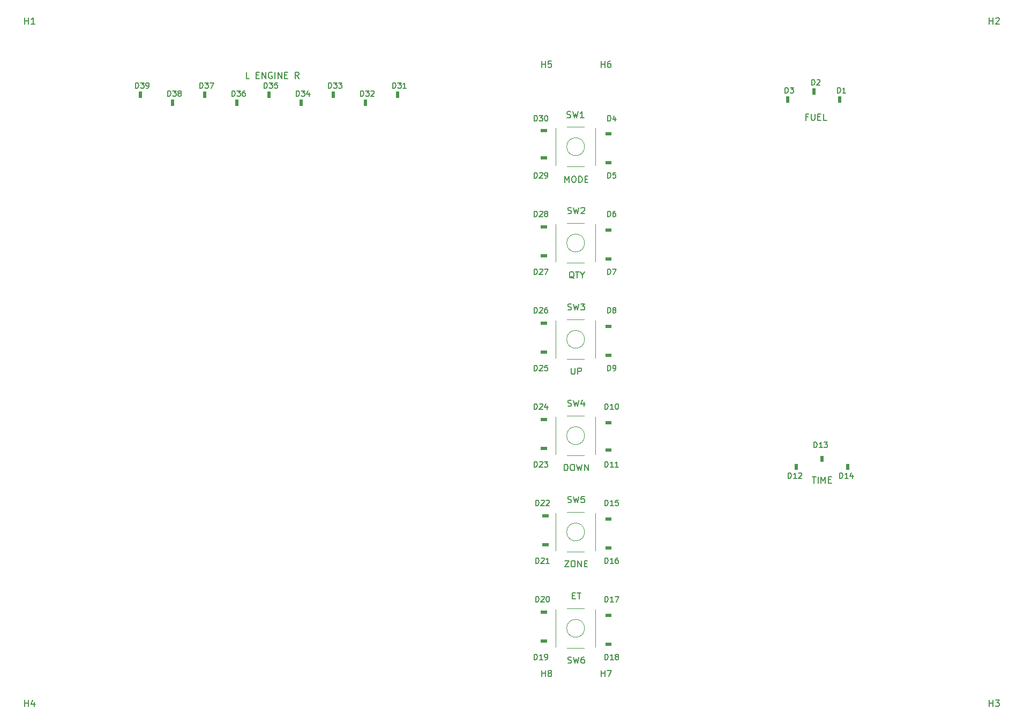
<source format=gbr>
%TF.GenerationSoftware,KiCad,Pcbnew,(5.1.9)-1*%
%TF.CreationDate,2021-09-20T07:58:25-06:00*%
%TF.ProjectId,ifei,69666569-2e6b-4696-9361-645f70636258,rev?*%
%TF.SameCoordinates,Original*%
%TF.FileFunction,Legend,Top*%
%TF.FilePolarity,Positive*%
%FSLAX46Y46*%
G04 Gerber Fmt 4.6, Leading zero omitted, Abs format (unit mm)*
G04 Created by KiCad (PCBNEW (5.1.9)-1) date 2021-09-20 07:58:25*
%MOMM*%
%LPD*%
G01*
G04 APERTURE LIST*
%ADD10C,0.150000*%
%ADD11C,0.100000*%
%ADD12C,0.120000*%
G04 APERTURE END LIST*
D10*
X197969379Y-105052880D02*
X198540808Y-105052880D01*
X198255094Y-106052880D02*
X198255094Y-105052880D01*
X198874141Y-106052880D02*
X198874141Y-105052880D01*
X199350332Y-106052880D02*
X199350332Y-105052880D01*
X199683665Y-105767166D01*
X200016999Y-105052880D01*
X200016999Y-106052880D01*
X200493189Y-105529071D02*
X200826522Y-105529071D01*
X200969379Y-106052880D02*
X200493189Y-106052880D01*
X200493189Y-105052880D01*
X200969379Y-105052880D01*
X197262903Y-48125071D02*
X196929570Y-48125071D01*
X196929570Y-48648880D02*
X196929570Y-47648880D01*
X197405760Y-47648880D01*
X197786713Y-47648880D02*
X197786713Y-48458404D01*
X197834332Y-48553642D01*
X197881951Y-48601261D01*
X197977189Y-48648880D01*
X198167665Y-48648880D01*
X198262903Y-48601261D01*
X198310522Y-48553642D01*
X198358141Y-48458404D01*
X198358141Y-47648880D01*
X198834332Y-48125071D02*
X199167665Y-48125071D01*
X199310522Y-48648880D02*
X198834332Y-48648880D01*
X198834332Y-47648880D01*
X199310522Y-47648880D01*
X200215284Y-48648880D02*
X199739094Y-48648880D01*
X199739094Y-47648880D01*
X109006141Y-42044880D02*
X108529951Y-42044880D01*
X108529951Y-41044880D01*
X110101379Y-41521071D02*
X110434713Y-41521071D01*
X110577570Y-42044880D02*
X110101379Y-42044880D01*
X110101379Y-41044880D01*
X110577570Y-41044880D01*
X111006141Y-42044880D02*
X111006141Y-41044880D01*
X111577570Y-42044880D01*
X111577570Y-41044880D01*
X112577570Y-41092500D02*
X112482332Y-41044880D01*
X112339475Y-41044880D01*
X112196618Y-41092500D01*
X112101379Y-41187738D01*
X112053760Y-41282976D01*
X112006141Y-41473452D01*
X112006141Y-41616309D01*
X112053760Y-41806785D01*
X112101379Y-41902023D01*
X112196618Y-41997261D01*
X112339475Y-42044880D01*
X112434713Y-42044880D01*
X112577570Y-41997261D01*
X112625189Y-41949642D01*
X112625189Y-41616309D01*
X112434713Y-41616309D01*
X113053760Y-42044880D02*
X113053760Y-41044880D01*
X113529951Y-42044880D02*
X113529951Y-41044880D01*
X114101379Y-42044880D01*
X114101379Y-41044880D01*
X114577570Y-41521071D02*
X114910903Y-41521071D01*
X115053760Y-42044880D02*
X114577570Y-42044880D01*
X114577570Y-41044880D01*
X115053760Y-41044880D01*
X116815665Y-42044880D02*
X116482332Y-41568690D01*
X116244237Y-42044880D02*
X116244237Y-41044880D01*
X116625189Y-41044880D01*
X116720427Y-41092500D01*
X116768046Y-41140119D01*
X116815665Y-41235357D01*
X116815665Y-41378214D01*
X116768046Y-41473452D01*
X116720427Y-41521071D01*
X116625189Y-41568690D01*
X116244237Y-41568690D01*
D11*
%TO.C,D39*%
G36*
X92075000Y-45085000D02*
G01*
X91575000Y-45085000D01*
X91575000Y-44085000D01*
X92075000Y-44085000D01*
X92075000Y-45085000D01*
G37*
%TO.C,D38*%
G36*
X97155000Y-46355000D02*
G01*
X96655000Y-46355000D01*
X96655000Y-45355000D01*
X97155000Y-45355000D01*
X97155000Y-46355000D01*
G37*
%TO.C,D37*%
G36*
X102235000Y-45085000D02*
G01*
X101735000Y-45085000D01*
X101735000Y-44085000D01*
X102235000Y-44085000D01*
X102235000Y-45085000D01*
G37*
%TO.C,D36*%
G36*
X107315000Y-46355000D02*
G01*
X106815000Y-46355000D01*
X106815000Y-45355000D01*
X107315000Y-45355000D01*
X107315000Y-46355000D01*
G37*
%TO.C,D35*%
G36*
X112395000Y-45085000D02*
G01*
X111895000Y-45085000D01*
X111895000Y-44085000D01*
X112395000Y-44085000D01*
X112395000Y-45085000D01*
G37*
%TO.C,D34*%
G36*
X117475000Y-46355000D02*
G01*
X116975000Y-46355000D01*
X116975000Y-45355000D01*
X117475000Y-45355000D01*
X117475000Y-46355000D01*
G37*
%TO.C,D33*%
G36*
X122555000Y-45085000D02*
G01*
X122055000Y-45085000D01*
X122055000Y-44085000D01*
X122555000Y-44085000D01*
X122555000Y-45085000D01*
G37*
D12*
%TO.C,SW6*%
X161978214Y-129043500D02*
G75*
G03*
X161978214Y-129043500I-1414214J0D01*
G01*
X157444000Y-126073500D02*
X157444000Y-132013500D01*
X163684000Y-126073500D02*
X163684000Y-132013500D01*
X159224000Y-125923500D02*
X161904000Y-125923500D01*
X161904000Y-132163500D02*
X159224000Y-132163500D01*
%TO.C,SW5*%
X161978214Y-113803500D02*
G75*
G03*
X161978214Y-113803500I-1414214J0D01*
G01*
X157444000Y-110833500D02*
X157444000Y-116773500D01*
X163684000Y-110833500D02*
X163684000Y-116773500D01*
X159224000Y-110683500D02*
X161904000Y-110683500D01*
X161904000Y-116923500D02*
X159224000Y-116923500D01*
%TO.C,SW4*%
X161978214Y-98563501D02*
G75*
G03*
X161978214Y-98563501I-1414214J0D01*
G01*
X157444000Y-95593501D02*
X157444000Y-101533501D01*
X163684000Y-95593501D02*
X163684000Y-101533501D01*
X159224000Y-95443501D02*
X161904000Y-95443501D01*
X161904000Y-101683501D02*
X159224000Y-101683501D01*
%TO.C,SW3*%
X161978214Y-83323501D02*
G75*
G03*
X161978214Y-83323501I-1414214J0D01*
G01*
X157444000Y-80353501D02*
X157444000Y-86293501D01*
X163684000Y-80353501D02*
X163684000Y-86293501D01*
X159224000Y-80203501D02*
X161904000Y-80203501D01*
X161904000Y-86443501D02*
X159224000Y-86443501D01*
%TO.C,SW2*%
X161978214Y-68083501D02*
G75*
G03*
X161978214Y-68083501I-1414214J0D01*
G01*
X157444000Y-65113501D02*
X157444000Y-71053501D01*
X163684000Y-65113501D02*
X163684000Y-71053501D01*
X159224000Y-64963501D02*
X161904000Y-64963501D01*
X161904000Y-71203501D02*
X159224000Y-71203501D01*
%TO.C,SW1*%
X161978214Y-52843500D02*
G75*
G03*
X161978214Y-52843500I-1414214J0D01*
G01*
X157444000Y-49873500D02*
X157444000Y-55813500D01*
X163684000Y-49873500D02*
X163684000Y-55813500D01*
X159224000Y-49723500D02*
X161904000Y-49723500D01*
X161904000Y-55963500D02*
X159224000Y-55963500D01*
D11*
%TO.C,D32*%
G36*
X127635000Y-46355000D02*
G01*
X127135000Y-46355000D01*
X127135000Y-45355000D01*
X127635000Y-45355000D01*
X127635000Y-46355000D01*
G37*
%TO.C,D31*%
G36*
X132715000Y-45085000D02*
G01*
X132215000Y-45085000D01*
X132215000Y-44085000D01*
X132715000Y-44085000D01*
X132715000Y-45085000D01*
G37*
%TO.C,D30*%
G36*
X155067000Y-50546000D02*
G01*
X155067000Y-50046000D01*
X156067000Y-50046000D01*
X156067000Y-50546000D01*
X155067000Y-50546000D01*
G37*
%TO.C,D29*%
G36*
X155067000Y-54864000D02*
G01*
X155067000Y-54364000D01*
X156067000Y-54364000D01*
X156067000Y-54864000D01*
X155067000Y-54864000D01*
G37*
%TO.C,D28*%
G36*
X155067000Y-65786000D02*
G01*
X155067000Y-65286000D01*
X156067000Y-65286000D01*
X156067000Y-65786000D01*
X155067000Y-65786000D01*
G37*
%TO.C,D27*%
G36*
X155067000Y-70358000D02*
G01*
X155067000Y-69858000D01*
X156067000Y-69858000D01*
X156067000Y-70358000D01*
X155067000Y-70358000D01*
G37*
%TO.C,D26*%
G36*
X155067000Y-81026000D02*
G01*
X155067000Y-80526000D01*
X156067000Y-80526000D01*
X156067000Y-81026000D01*
X155067000Y-81026000D01*
G37*
%TO.C,D25*%
G36*
X155067000Y-85598000D02*
G01*
X155067000Y-85098000D01*
X156067000Y-85098000D01*
X156067000Y-85598000D01*
X155067000Y-85598000D01*
G37*
%TO.C,D24*%
G36*
X155067000Y-96266000D02*
G01*
X155067000Y-95766000D01*
X156067000Y-95766000D01*
X156067000Y-96266000D01*
X155067000Y-96266000D01*
G37*
%TO.C,D23*%
G36*
X155067000Y-100838000D02*
G01*
X155067000Y-100338000D01*
X156067000Y-100338000D01*
X156067000Y-100838000D01*
X155067000Y-100838000D01*
G37*
%TO.C,D22*%
G36*
X155321000Y-111506000D02*
G01*
X155321000Y-111006000D01*
X156321000Y-111006000D01*
X156321000Y-111506000D01*
X155321000Y-111506000D01*
G37*
%TO.C,D21*%
G36*
X155321000Y-116078000D02*
G01*
X155321000Y-115578000D01*
X156321000Y-115578000D01*
X156321000Y-116078000D01*
X155321000Y-116078000D01*
G37*
%TO.C,D20*%
G36*
X155067000Y-126746000D02*
G01*
X155067000Y-126246000D01*
X156067000Y-126246000D01*
X156067000Y-126746000D01*
X155067000Y-126746000D01*
G37*
%TO.C,D19*%
G36*
X155067000Y-131318000D02*
G01*
X155067000Y-130818000D01*
X156067000Y-130818000D01*
X156067000Y-131318000D01*
X155067000Y-131318000D01*
G37*
%TO.C,D18*%
G36*
X166243000Y-131318000D02*
G01*
X166243000Y-131818000D01*
X165243000Y-131818000D01*
X165243000Y-131318000D01*
X166243000Y-131318000D01*
G37*
%TO.C,D17*%
G36*
X166243000Y-126746000D02*
G01*
X166243000Y-127246000D01*
X165243000Y-127246000D01*
X165243000Y-126746000D01*
X166243000Y-126746000D01*
G37*
%TO.C,D16*%
G36*
X166243000Y-116078000D02*
G01*
X166243000Y-116578000D01*
X165243000Y-116578000D01*
X165243000Y-116078000D01*
X166243000Y-116078000D01*
G37*
%TO.C,D15*%
G36*
X166243000Y-111506000D02*
G01*
X166243000Y-112006000D01*
X165243000Y-112006000D01*
X165243000Y-111506000D01*
X166243000Y-111506000D01*
G37*
%TO.C,D14*%
G36*
X203327000Y-102997000D02*
G01*
X203827000Y-102997000D01*
X203827000Y-103997000D01*
X203327000Y-103997000D01*
X203327000Y-102997000D01*
G37*
%TO.C,D13*%
G36*
X199263000Y-101727000D02*
G01*
X199763000Y-101727000D01*
X199763000Y-102727000D01*
X199263000Y-102727000D01*
X199263000Y-101727000D01*
G37*
%TO.C,D12*%
G36*
X195199000Y-102997000D02*
G01*
X195699000Y-102997000D01*
X195699000Y-103997000D01*
X195199000Y-103997000D01*
X195199000Y-102997000D01*
G37*
%TO.C,D11*%
G36*
X166243000Y-100584000D02*
G01*
X166243000Y-101084000D01*
X165243000Y-101084000D01*
X165243000Y-100584000D01*
X166243000Y-100584000D01*
G37*
%TO.C,D10*%
G36*
X166243000Y-96266000D02*
G01*
X166243000Y-96766000D01*
X165243000Y-96766000D01*
X165243000Y-96266000D01*
X166243000Y-96266000D01*
G37*
%TO.C,D9*%
G36*
X166243000Y-85598000D02*
G01*
X166243000Y-86098000D01*
X165243000Y-86098000D01*
X165243000Y-85598000D01*
X166243000Y-85598000D01*
G37*
%TO.C,D8*%
G36*
X166243000Y-81026000D02*
G01*
X166243000Y-81526000D01*
X165243000Y-81526000D01*
X165243000Y-81026000D01*
X166243000Y-81026000D01*
G37*
%TO.C,D7*%
G36*
X166243000Y-70358000D02*
G01*
X166243000Y-70858000D01*
X165243000Y-70858000D01*
X165243000Y-70358000D01*
X166243000Y-70358000D01*
G37*
%TO.C,D6*%
G36*
X166243000Y-65786000D02*
G01*
X166243000Y-66286000D01*
X165243000Y-66286000D01*
X165243000Y-65786000D01*
X166243000Y-65786000D01*
G37*
%TO.C,D5*%
G36*
X166243000Y-55118000D02*
G01*
X166243000Y-55618000D01*
X165243000Y-55618000D01*
X165243000Y-55118000D01*
X166243000Y-55118000D01*
G37*
%TO.C,D4*%
G36*
X166243000Y-50546000D02*
G01*
X166243000Y-51046000D01*
X165243000Y-51046000D01*
X165243000Y-50546000D01*
X166243000Y-50546000D01*
G37*
%TO.C,D3*%
G36*
X194310000Y-45847000D02*
G01*
X193810000Y-45847000D01*
X193810000Y-44847000D01*
X194310000Y-44847000D01*
X194310000Y-45847000D01*
G37*
%TO.C,D2*%
G36*
X198501000Y-44577000D02*
G01*
X198001000Y-44577000D01*
X198001000Y-43577000D01*
X198501000Y-43577000D01*
X198501000Y-44577000D01*
G37*
%TO.C,D1*%
G36*
X202565000Y-45847000D02*
G01*
X202065000Y-45847000D01*
X202065000Y-44847000D01*
X202565000Y-44847000D01*
X202565000Y-45847000D01*
G37*
%TO.C,H8*%
D10*
X155194095Y-136680881D02*
X155194095Y-135680881D01*
X155194095Y-136157072D02*
X155765523Y-136157072D01*
X155765523Y-136680881D02*
X155765523Y-135680881D01*
X156384571Y-136109453D02*
X156289333Y-136061834D01*
X156241714Y-136014215D01*
X156194095Y-135918977D01*
X156194095Y-135871358D01*
X156241714Y-135776120D01*
X156289333Y-135728501D01*
X156384571Y-135680881D01*
X156575047Y-135680881D01*
X156670285Y-135728501D01*
X156717904Y-135776120D01*
X156765523Y-135871358D01*
X156765523Y-135918977D01*
X156717904Y-136014215D01*
X156670285Y-136061834D01*
X156575047Y-136109453D01*
X156384571Y-136109453D01*
X156289333Y-136157072D01*
X156241714Y-136204691D01*
X156194095Y-136299929D01*
X156194095Y-136490405D01*
X156241714Y-136585643D01*
X156289333Y-136633262D01*
X156384571Y-136680881D01*
X156575047Y-136680881D01*
X156670285Y-136633262D01*
X156717904Y-136585643D01*
X156765523Y-136490405D01*
X156765523Y-136299929D01*
X156717904Y-136204691D01*
X156670285Y-136157072D01*
X156575047Y-136109453D01*
%TO.C,H7*%
X164592094Y-136680881D02*
X164592094Y-135680881D01*
X164592094Y-136157072D02*
X165163522Y-136157072D01*
X165163522Y-136680881D02*
X165163522Y-135680881D01*
X165544475Y-135680881D02*
X166211141Y-135680881D01*
X165782570Y-136680881D01*
%TO.C,H6*%
X164592094Y-40287881D02*
X164592094Y-39287881D01*
X164592094Y-39764072D02*
X165163522Y-39764072D01*
X165163522Y-40287881D02*
X165163522Y-39287881D01*
X166068284Y-39287881D02*
X165877808Y-39287881D01*
X165782570Y-39335501D01*
X165734951Y-39383120D01*
X165639713Y-39525977D01*
X165592094Y-39716453D01*
X165592094Y-40097405D01*
X165639713Y-40192643D01*
X165687332Y-40240262D01*
X165782570Y-40287881D01*
X165973046Y-40287881D01*
X166068284Y-40240262D01*
X166115903Y-40192643D01*
X166163522Y-40097405D01*
X166163522Y-39859310D01*
X166115903Y-39764072D01*
X166068284Y-39716453D01*
X165973046Y-39668834D01*
X165782570Y-39668834D01*
X165687332Y-39716453D01*
X165639713Y-39764072D01*
X165592094Y-39859310D01*
%TO.C,H5*%
X155194095Y-40287881D02*
X155194095Y-39287881D01*
X155194095Y-39764072D02*
X155765523Y-39764072D01*
X155765523Y-40287881D02*
X155765523Y-39287881D01*
X156717904Y-39287881D02*
X156241714Y-39287881D01*
X156194095Y-39764072D01*
X156241714Y-39716453D01*
X156336952Y-39668834D01*
X156575047Y-39668834D01*
X156670285Y-39716453D01*
X156717904Y-39764072D01*
X156765523Y-39859310D01*
X156765523Y-40097405D01*
X156717904Y-40192643D01*
X156670285Y-40240262D01*
X156575047Y-40287881D01*
X156336952Y-40287881D01*
X156241714Y-40240262D01*
X156194095Y-40192643D01*
%TO.C,D39*%
X91042857Y-43564523D02*
X91042857Y-42714523D01*
X91245238Y-42714523D01*
X91366666Y-42755000D01*
X91447619Y-42835952D01*
X91488095Y-42916904D01*
X91528571Y-43078809D01*
X91528571Y-43200238D01*
X91488095Y-43362142D01*
X91447619Y-43443095D01*
X91366666Y-43524047D01*
X91245238Y-43564523D01*
X91042857Y-43564523D01*
X91811904Y-42714523D02*
X92338095Y-42714523D01*
X92054761Y-43038333D01*
X92176190Y-43038333D01*
X92257142Y-43078809D01*
X92297619Y-43119285D01*
X92338095Y-43200238D01*
X92338095Y-43402619D01*
X92297619Y-43483571D01*
X92257142Y-43524047D01*
X92176190Y-43564523D01*
X91933333Y-43564523D01*
X91852380Y-43524047D01*
X91811904Y-43483571D01*
X92742857Y-43564523D02*
X92904761Y-43564523D01*
X92985714Y-43524047D01*
X93026190Y-43483571D01*
X93107142Y-43362142D01*
X93147619Y-43200238D01*
X93147619Y-42876428D01*
X93107142Y-42795476D01*
X93066666Y-42755000D01*
X92985714Y-42714523D01*
X92823809Y-42714523D01*
X92742857Y-42755000D01*
X92702380Y-42795476D01*
X92661904Y-42876428D01*
X92661904Y-43078809D01*
X92702380Y-43159761D01*
X92742857Y-43200238D01*
X92823809Y-43240714D01*
X92985714Y-43240714D01*
X93066666Y-43200238D01*
X93107142Y-43159761D01*
X93147619Y-43078809D01*
%TO.C,D38*%
X96122857Y-44834523D02*
X96122857Y-43984523D01*
X96325238Y-43984523D01*
X96446666Y-44025000D01*
X96527619Y-44105952D01*
X96568095Y-44186904D01*
X96608571Y-44348809D01*
X96608571Y-44470238D01*
X96568095Y-44632142D01*
X96527619Y-44713095D01*
X96446666Y-44794047D01*
X96325238Y-44834523D01*
X96122857Y-44834523D01*
X96891904Y-43984523D02*
X97418095Y-43984523D01*
X97134761Y-44308333D01*
X97256190Y-44308333D01*
X97337142Y-44348809D01*
X97377619Y-44389285D01*
X97418095Y-44470238D01*
X97418095Y-44672619D01*
X97377619Y-44753571D01*
X97337142Y-44794047D01*
X97256190Y-44834523D01*
X97013333Y-44834523D01*
X96932380Y-44794047D01*
X96891904Y-44753571D01*
X97903809Y-44348809D02*
X97822857Y-44308333D01*
X97782380Y-44267857D01*
X97741904Y-44186904D01*
X97741904Y-44146428D01*
X97782380Y-44065476D01*
X97822857Y-44025000D01*
X97903809Y-43984523D01*
X98065714Y-43984523D01*
X98146666Y-44025000D01*
X98187142Y-44065476D01*
X98227619Y-44146428D01*
X98227619Y-44186904D01*
X98187142Y-44267857D01*
X98146666Y-44308333D01*
X98065714Y-44348809D01*
X97903809Y-44348809D01*
X97822857Y-44389285D01*
X97782380Y-44429761D01*
X97741904Y-44510714D01*
X97741904Y-44672619D01*
X97782380Y-44753571D01*
X97822857Y-44794047D01*
X97903809Y-44834523D01*
X98065714Y-44834523D01*
X98146666Y-44794047D01*
X98187142Y-44753571D01*
X98227619Y-44672619D01*
X98227619Y-44510714D01*
X98187142Y-44429761D01*
X98146666Y-44389285D01*
X98065714Y-44348809D01*
%TO.C,D37*%
X101202857Y-43564523D02*
X101202857Y-42714523D01*
X101405238Y-42714523D01*
X101526666Y-42755000D01*
X101607619Y-42835952D01*
X101648095Y-42916904D01*
X101688571Y-43078809D01*
X101688571Y-43200238D01*
X101648095Y-43362142D01*
X101607619Y-43443095D01*
X101526666Y-43524047D01*
X101405238Y-43564523D01*
X101202857Y-43564523D01*
X101971904Y-42714523D02*
X102498095Y-42714523D01*
X102214761Y-43038333D01*
X102336190Y-43038333D01*
X102417142Y-43078809D01*
X102457619Y-43119285D01*
X102498095Y-43200238D01*
X102498095Y-43402619D01*
X102457619Y-43483571D01*
X102417142Y-43524047D01*
X102336190Y-43564523D01*
X102093333Y-43564523D01*
X102012380Y-43524047D01*
X101971904Y-43483571D01*
X102781428Y-42714523D02*
X103348095Y-42714523D01*
X102983809Y-43564523D01*
%TO.C,D36*%
X106282857Y-44834523D02*
X106282857Y-43984523D01*
X106485238Y-43984523D01*
X106606666Y-44025000D01*
X106687619Y-44105952D01*
X106728095Y-44186904D01*
X106768571Y-44348809D01*
X106768571Y-44470238D01*
X106728095Y-44632142D01*
X106687619Y-44713095D01*
X106606666Y-44794047D01*
X106485238Y-44834523D01*
X106282857Y-44834523D01*
X107051904Y-43984523D02*
X107578095Y-43984523D01*
X107294761Y-44308333D01*
X107416190Y-44308333D01*
X107497142Y-44348809D01*
X107537619Y-44389285D01*
X107578095Y-44470238D01*
X107578095Y-44672619D01*
X107537619Y-44753571D01*
X107497142Y-44794047D01*
X107416190Y-44834523D01*
X107173333Y-44834523D01*
X107092380Y-44794047D01*
X107051904Y-44753571D01*
X108306666Y-43984523D02*
X108144761Y-43984523D01*
X108063809Y-44025000D01*
X108023333Y-44065476D01*
X107942380Y-44186904D01*
X107901904Y-44348809D01*
X107901904Y-44672619D01*
X107942380Y-44753571D01*
X107982857Y-44794047D01*
X108063809Y-44834523D01*
X108225714Y-44834523D01*
X108306666Y-44794047D01*
X108347142Y-44753571D01*
X108387619Y-44672619D01*
X108387619Y-44470238D01*
X108347142Y-44389285D01*
X108306666Y-44348809D01*
X108225714Y-44308333D01*
X108063809Y-44308333D01*
X107982857Y-44348809D01*
X107942380Y-44389285D01*
X107901904Y-44470238D01*
%TO.C,D35*%
X111362857Y-43564523D02*
X111362857Y-42714523D01*
X111565238Y-42714523D01*
X111686666Y-42755000D01*
X111767619Y-42835952D01*
X111808095Y-42916904D01*
X111848571Y-43078809D01*
X111848571Y-43200238D01*
X111808095Y-43362142D01*
X111767619Y-43443095D01*
X111686666Y-43524047D01*
X111565238Y-43564523D01*
X111362857Y-43564523D01*
X112131904Y-42714523D02*
X112658095Y-42714523D01*
X112374761Y-43038333D01*
X112496190Y-43038333D01*
X112577142Y-43078809D01*
X112617619Y-43119285D01*
X112658095Y-43200238D01*
X112658095Y-43402619D01*
X112617619Y-43483571D01*
X112577142Y-43524047D01*
X112496190Y-43564523D01*
X112253333Y-43564523D01*
X112172380Y-43524047D01*
X112131904Y-43483571D01*
X113427142Y-42714523D02*
X113022380Y-42714523D01*
X112981904Y-43119285D01*
X113022380Y-43078809D01*
X113103333Y-43038333D01*
X113305714Y-43038333D01*
X113386666Y-43078809D01*
X113427142Y-43119285D01*
X113467619Y-43200238D01*
X113467619Y-43402619D01*
X113427142Y-43483571D01*
X113386666Y-43524047D01*
X113305714Y-43564523D01*
X113103333Y-43564523D01*
X113022380Y-43524047D01*
X112981904Y-43483571D01*
%TO.C,D34*%
X116442857Y-44834523D02*
X116442857Y-43984523D01*
X116645238Y-43984523D01*
X116766666Y-44025000D01*
X116847619Y-44105952D01*
X116888095Y-44186904D01*
X116928571Y-44348809D01*
X116928571Y-44470238D01*
X116888095Y-44632142D01*
X116847619Y-44713095D01*
X116766666Y-44794047D01*
X116645238Y-44834523D01*
X116442857Y-44834523D01*
X117211904Y-43984523D02*
X117738095Y-43984523D01*
X117454761Y-44308333D01*
X117576190Y-44308333D01*
X117657142Y-44348809D01*
X117697619Y-44389285D01*
X117738095Y-44470238D01*
X117738095Y-44672619D01*
X117697619Y-44753571D01*
X117657142Y-44794047D01*
X117576190Y-44834523D01*
X117333333Y-44834523D01*
X117252380Y-44794047D01*
X117211904Y-44753571D01*
X118466666Y-44267857D02*
X118466666Y-44834523D01*
X118264285Y-43944047D02*
X118061904Y-44551190D01*
X118588095Y-44551190D01*
%TO.C,D33*%
X121522857Y-43564523D02*
X121522857Y-42714523D01*
X121725238Y-42714523D01*
X121846666Y-42755000D01*
X121927619Y-42835952D01*
X121968095Y-42916904D01*
X122008571Y-43078809D01*
X122008571Y-43200238D01*
X121968095Y-43362142D01*
X121927619Y-43443095D01*
X121846666Y-43524047D01*
X121725238Y-43564523D01*
X121522857Y-43564523D01*
X122291904Y-42714523D02*
X122818095Y-42714523D01*
X122534761Y-43038333D01*
X122656190Y-43038333D01*
X122737142Y-43078809D01*
X122777619Y-43119285D01*
X122818095Y-43200238D01*
X122818095Y-43402619D01*
X122777619Y-43483571D01*
X122737142Y-43524047D01*
X122656190Y-43564523D01*
X122413333Y-43564523D01*
X122332380Y-43524047D01*
X122291904Y-43483571D01*
X123101428Y-42714523D02*
X123627619Y-42714523D01*
X123344285Y-43038333D01*
X123465714Y-43038333D01*
X123546666Y-43078809D01*
X123587142Y-43119285D01*
X123627619Y-43200238D01*
X123627619Y-43402619D01*
X123587142Y-43483571D01*
X123546666Y-43524047D01*
X123465714Y-43564523D01*
X123222857Y-43564523D01*
X123141904Y-43524047D01*
X123101428Y-43483571D01*
%TO.C,SW6*%
X159321666Y-134516761D02*
X159464523Y-134564380D01*
X159702619Y-134564380D01*
X159797857Y-134516761D01*
X159845476Y-134469142D01*
X159893095Y-134373904D01*
X159893095Y-134278666D01*
X159845476Y-134183428D01*
X159797857Y-134135809D01*
X159702619Y-134088190D01*
X159512142Y-134040571D01*
X159416904Y-133992952D01*
X159369285Y-133945333D01*
X159321666Y-133850095D01*
X159321666Y-133754857D01*
X159369285Y-133659619D01*
X159416904Y-133612000D01*
X159512142Y-133564380D01*
X159750238Y-133564380D01*
X159893095Y-133612000D01*
X160226428Y-133564380D02*
X160464523Y-134564380D01*
X160655000Y-133850095D01*
X160845476Y-134564380D01*
X161083571Y-133564380D01*
X161893095Y-133564380D02*
X161702619Y-133564380D01*
X161607380Y-133612000D01*
X161559761Y-133659619D01*
X161464523Y-133802476D01*
X161416904Y-133992952D01*
X161416904Y-134373904D01*
X161464523Y-134469142D01*
X161512142Y-134516761D01*
X161607380Y-134564380D01*
X161797857Y-134564380D01*
X161893095Y-134516761D01*
X161940714Y-134469142D01*
X161988333Y-134373904D01*
X161988333Y-134135809D01*
X161940714Y-134040571D01*
X161893095Y-133992952D01*
X161797857Y-133945333D01*
X161607380Y-133945333D01*
X161512142Y-133992952D01*
X161464523Y-134040571D01*
X161416904Y-134135809D01*
X160059761Y-123880571D02*
X160393095Y-123880571D01*
X160535952Y-124404380D02*
X160059761Y-124404380D01*
X160059761Y-123404380D01*
X160535952Y-123404380D01*
X160821666Y-123404380D02*
X161393095Y-123404380D01*
X161107380Y-124404380D02*
X161107380Y-123404380D01*
%TO.C,SW5*%
X159321666Y-109116761D02*
X159464523Y-109164380D01*
X159702619Y-109164380D01*
X159797857Y-109116761D01*
X159845476Y-109069142D01*
X159893095Y-108973904D01*
X159893095Y-108878666D01*
X159845476Y-108783428D01*
X159797857Y-108735809D01*
X159702619Y-108688190D01*
X159512142Y-108640571D01*
X159416904Y-108592952D01*
X159369285Y-108545333D01*
X159321666Y-108450095D01*
X159321666Y-108354857D01*
X159369285Y-108259619D01*
X159416904Y-108212000D01*
X159512142Y-108164380D01*
X159750238Y-108164380D01*
X159893095Y-108212000D01*
X160226428Y-108164380D02*
X160464523Y-109164380D01*
X160655000Y-108450095D01*
X160845476Y-109164380D01*
X161083571Y-108164380D01*
X161940714Y-108164380D02*
X161464523Y-108164380D01*
X161416904Y-108640571D01*
X161464523Y-108592952D01*
X161559761Y-108545333D01*
X161797857Y-108545333D01*
X161893095Y-108592952D01*
X161940714Y-108640571D01*
X161988333Y-108735809D01*
X161988333Y-108973904D01*
X161940714Y-109069142D01*
X161893095Y-109116761D01*
X161797857Y-109164380D01*
X161559761Y-109164380D01*
X161464523Y-109116761D01*
X161416904Y-109069142D01*
X158821666Y-118324380D02*
X159488333Y-118324380D01*
X158821666Y-119324380D01*
X159488333Y-119324380D01*
X160059761Y-118324380D02*
X160250238Y-118324380D01*
X160345476Y-118372000D01*
X160440714Y-118467238D01*
X160488333Y-118657714D01*
X160488333Y-118991047D01*
X160440714Y-119181523D01*
X160345476Y-119276761D01*
X160250238Y-119324380D01*
X160059761Y-119324380D01*
X159964523Y-119276761D01*
X159869285Y-119181523D01*
X159821666Y-118991047D01*
X159821666Y-118657714D01*
X159869285Y-118467238D01*
X159964523Y-118372000D01*
X160059761Y-118324380D01*
X160916904Y-119324380D02*
X160916904Y-118324380D01*
X161488333Y-119324380D01*
X161488333Y-118324380D01*
X161964523Y-118800571D02*
X162297857Y-118800571D01*
X162440714Y-119324380D02*
X161964523Y-119324380D01*
X161964523Y-118324380D01*
X162440714Y-118324380D01*
%TO.C,SW4*%
X159321666Y-93876761D02*
X159464523Y-93924380D01*
X159702619Y-93924380D01*
X159797857Y-93876761D01*
X159845476Y-93829142D01*
X159893095Y-93733904D01*
X159893095Y-93638666D01*
X159845476Y-93543428D01*
X159797857Y-93495809D01*
X159702619Y-93448190D01*
X159512142Y-93400571D01*
X159416904Y-93352952D01*
X159369285Y-93305333D01*
X159321666Y-93210095D01*
X159321666Y-93114857D01*
X159369285Y-93019619D01*
X159416904Y-92972000D01*
X159512142Y-92924380D01*
X159750238Y-92924380D01*
X159893095Y-92972000D01*
X160226428Y-92924380D02*
X160464523Y-93924380D01*
X160655000Y-93210095D01*
X160845476Y-93924380D01*
X161083571Y-92924380D01*
X161893095Y-93257714D02*
X161893095Y-93924380D01*
X161655000Y-92876761D02*
X161416904Y-93591047D01*
X162035952Y-93591047D01*
X158774047Y-104084380D02*
X158774047Y-103084380D01*
X159012142Y-103084380D01*
X159155000Y-103132000D01*
X159250238Y-103227238D01*
X159297857Y-103322476D01*
X159345476Y-103512952D01*
X159345476Y-103655809D01*
X159297857Y-103846285D01*
X159250238Y-103941523D01*
X159155000Y-104036761D01*
X159012142Y-104084380D01*
X158774047Y-104084380D01*
X159964523Y-103084380D02*
X160155000Y-103084380D01*
X160250238Y-103132000D01*
X160345476Y-103227238D01*
X160393095Y-103417714D01*
X160393095Y-103751047D01*
X160345476Y-103941523D01*
X160250238Y-104036761D01*
X160155000Y-104084380D01*
X159964523Y-104084380D01*
X159869285Y-104036761D01*
X159774047Y-103941523D01*
X159726428Y-103751047D01*
X159726428Y-103417714D01*
X159774047Y-103227238D01*
X159869285Y-103132000D01*
X159964523Y-103084380D01*
X160726428Y-103084380D02*
X160964523Y-104084380D01*
X161155000Y-103370095D01*
X161345476Y-104084380D01*
X161583571Y-103084380D01*
X161964523Y-104084380D02*
X161964523Y-103084380D01*
X162535952Y-104084380D01*
X162535952Y-103084380D01*
%TO.C,SW3*%
X159321666Y-78636761D02*
X159464523Y-78684380D01*
X159702619Y-78684380D01*
X159797857Y-78636761D01*
X159845476Y-78589142D01*
X159893095Y-78493904D01*
X159893095Y-78398666D01*
X159845476Y-78303428D01*
X159797857Y-78255809D01*
X159702619Y-78208190D01*
X159512142Y-78160571D01*
X159416904Y-78112952D01*
X159369285Y-78065333D01*
X159321666Y-77970095D01*
X159321666Y-77874857D01*
X159369285Y-77779619D01*
X159416904Y-77732000D01*
X159512142Y-77684380D01*
X159750238Y-77684380D01*
X159893095Y-77732000D01*
X160226428Y-77684380D02*
X160464523Y-78684380D01*
X160655000Y-77970095D01*
X160845476Y-78684380D01*
X161083571Y-77684380D01*
X161369285Y-77684380D02*
X161988333Y-77684380D01*
X161655000Y-78065333D01*
X161797857Y-78065333D01*
X161893095Y-78112952D01*
X161940714Y-78160571D01*
X161988333Y-78255809D01*
X161988333Y-78493904D01*
X161940714Y-78589142D01*
X161893095Y-78636761D01*
X161797857Y-78684380D01*
X161512142Y-78684380D01*
X161416904Y-78636761D01*
X161369285Y-78589142D01*
X159869285Y-87844380D02*
X159869285Y-88653904D01*
X159916904Y-88749142D01*
X159964523Y-88796761D01*
X160059761Y-88844380D01*
X160250238Y-88844380D01*
X160345476Y-88796761D01*
X160393095Y-88749142D01*
X160440714Y-88653904D01*
X160440714Y-87844380D01*
X160916904Y-88844380D02*
X160916904Y-87844380D01*
X161297857Y-87844380D01*
X161393095Y-87892000D01*
X161440714Y-87939619D01*
X161488333Y-88034857D01*
X161488333Y-88177714D01*
X161440714Y-88272952D01*
X161393095Y-88320571D01*
X161297857Y-88368190D01*
X160916904Y-88368190D01*
%TO.C,SW2*%
X159321666Y-63396761D02*
X159464523Y-63444380D01*
X159702619Y-63444380D01*
X159797857Y-63396761D01*
X159845476Y-63349142D01*
X159893095Y-63253904D01*
X159893095Y-63158666D01*
X159845476Y-63063428D01*
X159797857Y-63015809D01*
X159702619Y-62968190D01*
X159512142Y-62920571D01*
X159416904Y-62872952D01*
X159369285Y-62825333D01*
X159321666Y-62730095D01*
X159321666Y-62634857D01*
X159369285Y-62539619D01*
X159416904Y-62492000D01*
X159512142Y-62444380D01*
X159750238Y-62444380D01*
X159893095Y-62492000D01*
X160226428Y-62444380D02*
X160464523Y-63444380D01*
X160655000Y-62730095D01*
X160845476Y-63444380D01*
X161083571Y-62444380D01*
X161416904Y-62539619D02*
X161464523Y-62492000D01*
X161559761Y-62444380D01*
X161797857Y-62444380D01*
X161893095Y-62492000D01*
X161940714Y-62539619D01*
X161988333Y-62634857D01*
X161988333Y-62730095D01*
X161940714Y-62872952D01*
X161369285Y-63444380D01*
X161988333Y-63444380D01*
X160289928Y-73699619D02*
X160194690Y-73652000D01*
X160099452Y-73556761D01*
X159956595Y-73413904D01*
X159861357Y-73366285D01*
X159766119Y-73366285D01*
X159813738Y-73604380D02*
X159718500Y-73556761D01*
X159623261Y-73461523D01*
X159575642Y-73271047D01*
X159575642Y-72937714D01*
X159623261Y-72747238D01*
X159718500Y-72652000D01*
X159813738Y-72604380D01*
X160004214Y-72604380D01*
X160099452Y-72652000D01*
X160194690Y-72747238D01*
X160242309Y-72937714D01*
X160242309Y-73271047D01*
X160194690Y-73461523D01*
X160099452Y-73556761D01*
X160004214Y-73604380D01*
X159813738Y-73604380D01*
X160528023Y-72604380D02*
X161099452Y-72604380D01*
X160813738Y-73604380D02*
X160813738Y-72604380D01*
X161623261Y-73128190D02*
X161623261Y-73604380D01*
X161289928Y-72604380D02*
X161623261Y-73128190D01*
X161956595Y-72604380D01*
%TO.C,SW1*%
X159194666Y-48220261D02*
X159337523Y-48267880D01*
X159575619Y-48267880D01*
X159670857Y-48220261D01*
X159718476Y-48172642D01*
X159766095Y-48077404D01*
X159766095Y-47982166D01*
X159718476Y-47886928D01*
X159670857Y-47839309D01*
X159575619Y-47791690D01*
X159385142Y-47744071D01*
X159289904Y-47696452D01*
X159242285Y-47648833D01*
X159194666Y-47553595D01*
X159194666Y-47458357D01*
X159242285Y-47363119D01*
X159289904Y-47315500D01*
X159385142Y-47267880D01*
X159623238Y-47267880D01*
X159766095Y-47315500D01*
X160099428Y-47267880D02*
X160337523Y-48267880D01*
X160528000Y-47553595D01*
X160718476Y-48267880D01*
X160956571Y-47267880D01*
X161861333Y-48267880D02*
X161289904Y-48267880D01*
X161575619Y-48267880D02*
X161575619Y-47267880D01*
X161480380Y-47410738D01*
X161385142Y-47505976D01*
X161289904Y-47553595D01*
X158845476Y-58491380D02*
X158845476Y-57491380D01*
X159178809Y-58205666D01*
X159512142Y-57491380D01*
X159512142Y-58491380D01*
X160178809Y-57491380D02*
X160369285Y-57491380D01*
X160464523Y-57539000D01*
X160559761Y-57634238D01*
X160607380Y-57824714D01*
X160607380Y-58158047D01*
X160559761Y-58348523D01*
X160464523Y-58443761D01*
X160369285Y-58491380D01*
X160178809Y-58491380D01*
X160083571Y-58443761D01*
X159988333Y-58348523D01*
X159940714Y-58158047D01*
X159940714Y-57824714D01*
X159988333Y-57634238D01*
X160083571Y-57539000D01*
X160178809Y-57491380D01*
X161035952Y-58491380D02*
X161035952Y-57491380D01*
X161274047Y-57491380D01*
X161416904Y-57539000D01*
X161512142Y-57634238D01*
X161559761Y-57729476D01*
X161607380Y-57919952D01*
X161607380Y-58062809D01*
X161559761Y-58253285D01*
X161512142Y-58348523D01*
X161416904Y-58443761D01*
X161274047Y-58491380D01*
X161035952Y-58491380D01*
X162035952Y-57967571D02*
X162369285Y-57967571D01*
X162512142Y-58491380D02*
X162035952Y-58491380D01*
X162035952Y-57491380D01*
X162512142Y-57491380D01*
%TO.C,H4*%
X73533095Y-141383380D02*
X73533095Y-140383380D01*
X73533095Y-140859571D02*
X74104523Y-140859571D01*
X74104523Y-141383380D02*
X74104523Y-140383380D01*
X75009285Y-140716714D02*
X75009285Y-141383380D01*
X74771190Y-140335761D02*
X74533095Y-141050047D01*
X75152142Y-141050047D01*
%TO.C,H3*%
X225933095Y-141383380D02*
X225933095Y-140383380D01*
X225933095Y-140859571D02*
X226504523Y-140859571D01*
X226504523Y-141383380D02*
X226504523Y-140383380D01*
X226885476Y-140383380D02*
X227504523Y-140383380D01*
X227171190Y-140764333D01*
X227314047Y-140764333D01*
X227409285Y-140811952D01*
X227456904Y-140859571D01*
X227504523Y-140954809D01*
X227504523Y-141192904D01*
X227456904Y-141288142D01*
X227409285Y-141335761D01*
X227314047Y-141383380D01*
X227028333Y-141383380D01*
X226933095Y-141335761D01*
X226885476Y-141288142D01*
%TO.C,H2*%
X225933095Y-33433380D02*
X225933095Y-32433380D01*
X225933095Y-32909571D02*
X226504523Y-32909571D01*
X226504523Y-33433380D02*
X226504523Y-32433380D01*
X226933095Y-32528619D02*
X226980714Y-32481000D01*
X227075952Y-32433380D01*
X227314047Y-32433380D01*
X227409285Y-32481000D01*
X227456904Y-32528619D01*
X227504523Y-32623857D01*
X227504523Y-32719095D01*
X227456904Y-32861952D01*
X226885476Y-33433380D01*
X227504523Y-33433380D01*
%TO.C,H1*%
X73533095Y-33433380D02*
X73533095Y-32433380D01*
X73533095Y-32909571D02*
X74104523Y-32909571D01*
X74104523Y-33433380D02*
X74104523Y-32433380D01*
X75104523Y-33433380D02*
X74533095Y-33433380D01*
X74818809Y-33433380D02*
X74818809Y-32433380D01*
X74723571Y-32576238D01*
X74628333Y-32671476D01*
X74533095Y-32719095D01*
%TO.C,D32*%
X126602857Y-44834523D02*
X126602857Y-43984523D01*
X126805238Y-43984523D01*
X126926666Y-44025000D01*
X127007619Y-44105952D01*
X127048095Y-44186904D01*
X127088571Y-44348809D01*
X127088571Y-44470238D01*
X127048095Y-44632142D01*
X127007619Y-44713095D01*
X126926666Y-44794047D01*
X126805238Y-44834523D01*
X126602857Y-44834523D01*
X127371904Y-43984523D02*
X127898095Y-43984523D01*
X127614761Y-44308333D01*
X127736190Y-44308333D01*
X127817142Y-44348809D01*
X127857619Y-44389285D01*
X127898095Y-44470238D01*
X127898095Y-44672619D01*
X127857619Y-44753571D01*
X127817142Y-44794047D01*
X127736190Y-44834523D01*
X127493333Y-44834523D01*
X127412380Y-44794047D01*
X127371904Y-44753571D01*
X128221904Y-44065476D02*
X128262380Y-44025000D01*
X128343333Y-43984523D01*
X128545714Y-43984523D01*
X128626666Y-44025000D01*
X128667142Y-44065476D01*
X128707619Y-44146428D01*
X128707619Y-44227380D01*
X128667142Y-44348809D01*
X128181428Y-44834523D01*
X128707619Y-44834523D01*
%TO.C,D31*%
X131682857Y-43564523D02*
X131682857Y-42714523D01*
X131885238Y-42714523D01*
X132006666Y-42755000D01*
X132087619Y-42835952D01*
X132128095Y-42916904D01*
X132168571Y-43078809D01*
X132168571Y-43200238D01*
X132128095Y-43362142D01*
X132087619Y-43443095D01*
X132006666Y-43524047D01*
X131885238Y-43564523D01*
X131682857Y-43564523D01*
X132451904Y-42714523D02*
X132978095Y-42714523D01*
X132694761Y-43038333D01*
X132816190Y-43038333D01*
X132897142Y-43078809D01*
X132937619Y-43119285D01*
X132978095Y-43200238D01*
X132978095Y-43402619D01*
X132937619Y-43483571D01*
X132897142Y-43524047D01*
X132816190Y-43564523D01*
X132573333Y-43564523D01*
X132492380Y-43524047D01*
X132451904Y-43483571D01*
X133787619Y-43564523D02*
X133301904Y-43564523D01*
X133544761Y-43564523D02*
X133544761Y-42714523D01*
X133463809Y-42835952D01*
X133382857Y-42916904D01*
X133301904Y-42957380D01*
%TO.C,D30*%
X154034857Y-48771523D02*
X154034857Y-47921523D01*
X154237238Y-47921523D01*
X154358666Y-47962000D01*
X154439619Y-48042952D01*
X154480095Y-48123904D01*
X154520571Y-48285809D01*
X154520571Y-48407238D01*
X154480095Y-48569142D01*
X154439619Y-48650095D01*
X154358666Y-48731047D01*
X154237238Y-48771523D01*
X154034857Y-48771523D01*
X154803904Y-47921523D02*
X155330095Y-47921523D01*
X155046761Y-48245333D01*
X155168190Y-48245333D01*
X155249142Y-48285809D01*
X155289619Y-48326285D01*
X155330095Y-48407238D01*
X155330095Y-48609619D01*
X155289619Y-48690571D01*
X155249142Y-48731047D01*
X155168190Y-48771523D01*
X154925333Y-48771523D01*
X154844380Y-48731047D01*
X154803904Y-48690571D01*
X155856285Y-47921523D02*
X155937238Y-47921523D01*
X156018190Y-47962000D01*
X156058666Y-48002476D01*
X156099142Y-48083428D01*
X156139619Y-48245333D01*
X156139619Y-48447714D01*
X156099142Y-48609619D01*
X156058666Y-48690571D01*
X156018190Y-48731047D01*
X155937238Y-48771523D01*
X155856285Y-48771523D01*
X155775333Y-48731047D01*
X155734857Y-48690571D01*
X155694380Y-48609619D01*
X155653904Y-48447714D01*
X155653904Y-48245333D01*
X155694380Y-48083428D01*
X155734857Y-48002476D01*
X155775333Y-47962000D01*
X155856285Y-47921523D01*
%TO.C,D29*%
X154034857Y-57788523D02*
X154034857Y-56938523D01*
X154237238Y-56938523D01*
X154358666Y-56979000D01*
X154439619Y-57059952D01*
X154480095Y-57140904D01*
X154520571Y-57302809D01*
X154520571Y-57424238D01*
X154480095Y-57586142D01*
X154439619Y-57667095D01*
X154358666Y-57748047D01*
X154237238Y-57788523D01*
X154034857Y-57788523D01*
X154844380Y-57019476D02*
X154884857Y-56979000D01*
X154965809Y-56938523D01*
X155168190Y-56938523D01*
X155249142Y-56979000D01*
X155289619Y-57019476D01*
X155330095Y-57100428D01*
X155330095Y-57181380D01*
X155289619Y-57302809D01*
X154803904Y-57788523D01*
X155330095Y-57788523D01*
X155734857Y-57788523D02*
X155896761Y-57788523D01*
X155977714Y-57748047D01*
X156018190Y-57707571D01*
X156099142Y-57586142D01*
X156139619Y-57424238D01*
X156139619Y-57100428D01*
X156099142Y-57019476D01*
X156058666Y-56979000D01*
X155977714Y-56938523D01*
X155815809Y-56938523D01*
X155734857Y-56979000D01*
X155694380Y-57019476D01*
X155653904Y-57100428D01*
X155653904Y-57302809D01*
X155694380Y-57383761D01*
X155734857Y-57424238D01*
X155815809Y-57464714D01*
X155977714Y-57464714D01*
X156058666Y-57424238D01*
X156099142Y-57383761D01*
X156139619Y-57302809D01*
%TO.C,D28*%
X154034857Y-63884523D02*
X154034857Y-63034523D01*
X154237238Y-63034523D01*
X154358666Y-63075000D01*
X154439619Y-63155952D01*
X154480095Y-63236904D01*
X154520571Y-63398809D01*
X154520571Y-63520238D01*
X154480095Y-63682142D01*
X154439619Y-63763095D01*
X154358666Y-63844047D01*
X154237238Y-63884523D01*
X154034857Y-63884523D01*
X154844380Y-63115476D02*
X154884857Y-63075000D01*
X154965809Y-63034523D01*
X155168190Y-63034523D01*
X155249142Y-63075000D01*
X155289619Y-63115476D01*
X155330095Y-63196428D01*
X155330095Y-63277380D01*
X155289619Y-63398809D01*
X154803904Y-63884523D01*
X155330095Y-63884523D01*
X155815809Y-63398809D02*
X155734857Y-63358333D01*
X155694380Y-63317857D01*
X155653904Y-63236904D01*
X155653904Y-63196428D01*
X155694380Y-63115476D01*
X155734857Y-63075000D01*
X155815809Y-63034523D01*
X155977714Y-63034523D01*
X156058666Y-63075000D01*
X156099142Y-63115476D01*
X156139619Y-63196428D01*
X156139619Y-63236904D01*
X156099142Y-63317857D01*
X156058666Y-63358333D01*
X155977714Y-63398809D01*
X155815809Y-63398809D01*
X155734857Y-63439285D01*
X155694380Y-63479761D01*
X155653904Y-63560714D01*
X155653904Y-63722619D01*
X155694380Y-63803571D01*
X155734857Y-63844047D01*
X155815809Y-63884523D01*
X155977714Y-63884523D01*
X156058666Y-63844047D01*
X156099142Y-63803571D01*
X156139619Y-63722619D01*
X156139619Y-63560714D01*
X156099142Y-63479761D01*
X156058666Y-63439285D01*
X155977714Y-63398809D01*
%TO.C,D27*%
X154034857Y-73028523D02*
X154034857Y-72178523D01*
X154237238Y-72178523D01*
X154358666Y-72219000D01*
X154439619Y-72299952D01*
X154480095Y-72380904D01*
X154520571Y-72542809D01*
X154520571Y-72664238D01*
X154480095Y-72826142D01*
X154439619Y-72907095D01*
X154358666Y-72988047D01*
X154237238Y-73028523D01*
X154034857Y-73028523D01*
X154844380Y-72259476D02*
X154884857Y-72219000D01*
X154965809Y-72178523D01*
X155168190Y-72178523D01*
X155249142Y-72219000D01*
X155289619Y-72259476D01*
X155330095Y-72340428D01*
X155330095Y-72421380D01*
X155289619Y-72542809D01*
X154803904Y-73028523D01*
X155330095Y-73028523D01*
X155613428Y-72178523D02*
X156180095Y-72178523D01*
X155815809Y-73028523D01*
%TO.C,D26*%
X154034857Y-79124523D02*
X154034857Y-78274523D01*
X154237238Y-78274523D01*
X154358666Y-78315000D01*
X154439619Y-78395952D01*
X154480095Y-78476904D01*
X154520571Y-78638809D01*
X154520571Y-78760238D01*
X154480095Y-78922142D01*
X154439619Y-79003095D01*
X154358666Y-79084047D01*
X154237238Y-79124523D01*
X154034857Y-79124523D01*
X154844380Y-78355476D02*
X154884857Y-78315000D01*
X154965809Y-78274523D01*
X155168190Y-78274523D01*
X155249142Y-78315000D01*
X155289619Y-78355476D01*
X155330095Y-78436428D01*
X155330095Y-78517380D01*
X155289619Y-78638809D01*
X154803904Y-79124523D01*
X155330095Y-79124523D01*
X156058666Y-78274523D02*
X155896761Y-78274523D01*
X155815809Y-78315000D01*
X155775333Y-78355476D01*
X155694380Y-78476904D01*
X155653904Y-78638809D01*
X155653904Y-78962619D01*
X155694380Y-79043571D01*
X155734857Y-79084047D01*
X155815809Y-79124523D01*
X155977714Y-79124523D01*
X156058666Y-79084047D01*
X156099142Y-79043571D01*
X156139619Y-78962619D01*
X156139619Y-78760238D01*
X156099142Y-78679285D01*
X156058666Y-78638809D01*
X155977714Y-78598333D01*
X155815809Y-78598333D01*
X155734857Y-78638809D01*
X155694380Y-78679285D01*
X155653904Y-78760238D01*
%TO.C,D25*%
X154034857Y-88268523D02*
X154034857Y-87418523D01*
X154237238Y-87418523D01*
X154358666Y-87459000D01*
X154439619Y-87539952D01*
X154480095Y-87620904D01*
X154520571Y-87782809D01*
X154520571Y-87904238D01*
X154480095Y-88066142D01*
X154439619Y-88147095D01*
X154358666Y-88228047D01*
X154237238Y-88268523D01*
X154034857Y-88268523D01*
X154844380Y-87499476D02*
X154884857Y-87459000D01*
X154965809Y-87418523D01*
X155168190Y-87418523D01*
X155249142Y-87459000D01*
X155289619Y-87499476D01*
X155330095Y-87580428D01*
X155330095Y-87661380D01*
X155289619Y-87782809D01*
X154803904Y-88268523D01*
X155330095Y-88268523D01*
X156099142Y-87418523D02*
X155694380Y-87418523D01*
X155653904Y-87823285D01*
X155694380Y-87782809D01*
X155775333Y-87742333D01*
X155977714Y-87742333D01*
X156058666Y-87782809D01*
X156099142Y-87823285D01*
X156139619Y-87904238D01*
X156139619Y-88106619D01*
X156099142Y-88187571D01*
X156058666Y-88228047D01*
X155977714Y-88268523D01*
X155775333Y-88268523D01*
X155694380Y-88228047D01*
X155653904Y-88187571D01*
%TO.C,D24*%
X154034857Y-94364523D02*
X154034857Y-93514523D01*
X154237238Y-93514523D01*
X154358666Y-93555000D01*
X154439619Y-93635952D01*
X154480095Y-93716904D01*
X154520571Y-93878809D01*
X154520571Y-94000238D01*
X154480095Y-94162142D01*
X154439619Y-94243095D01*
X154358666Y-94324047D01*
X154237238Y-94364523D01*
X154034857Y-94364523D01*
X154844380Y-93595476D02*
X154884857Y-93555000D01*
X154965809Y-93514523D01*
X155168190Y-93514523D01*
X155249142Y-93555000D01*
X155289619Y-93595476D01*
X155330095Y-93676428D01*
X155330095Y-93757380D01*
X155289619Y-93878809D01*
X154803904Y-94364523D01*
X155330095Y-94364523D01*
X156058666Y-93797857D02*
X156058666Y-94364523D01*
X155856285Y-93474047D02*
X155653904Y-94081190D01*
X156180095Y-94081190D01*
%TO.C,D23*%
X154034857Y-103508523D02*
X154034857Y-102658523D01*
X154237238Y-102658523D01*
X154358666Y-102699000D01*
X154439619Y-102779952D01*
X154480095Y-102860904D01*
X154520571Y-103022809D01*
X154520571Y-103144238D01*
X154480095Y-103306142D01*
X154439619Y-103387095D01*
X154358666Y-103468047D01*
X154237238Y-103508523D01*
X154034857Y-103508523D01*
X154844380Y-102739476D02*
X154884857Y-102699000D01*
X154965809Y-102658523D01*
X155168190Y-102658523D01*
X155249142Y-102699000D01*
X155289619Y-102739476D01*
X155330095Y-102820428D01*
X155330095Y-102901380D01*
X155289619Y-103022809D01*
X154803904Y-103508523D01*
X155330095Y-103508523D01*
X155613428Y-102658523D02*
X156139619Y-102658523D01*
X155856285Y-102982333D01*
X155977714Y-102982333D01*
X156058666Y-103022809D01*
X156099142Y-103063285D01*
X156139619Y-103144238D01*
X156139619Y-103346619D01*
X156099142Y-103427571D01*
X156058666Y-103468047D01*
X155977714Y-103508523D01*
X155734857Y-103508523D01*
X155653904Y-103468047D01*
X155613428Y-103427571D01*
%TO.C,D22*%
X154288857Y-109604523D02*
X154288857Y-108754523D01*
X154491238Y-108754523D01*
X154612666Y-108795000D01*
X154693619Y-108875952D01*
X154734095Y-108956904D01*
X154774571Y-109118809D01*
X154774571Y-109240238D01*
X154734095Y-109402142D01*
X154693619Y-109483095D01*
X154612666Y-109564047D01*
X154491238Y-109604523D01*
X154288857Y-109604523D01*
X155098380Y-108835476D02*
X155138857Y-108795000D01*
X155219809Y-108754523D01*
X155422190Y-108754523D01*
X155503142Y-108795000D01*
X155543619Y-108835476D01*
X155584095Y-108916428D01*
X155584095Y-108997380D01*
X155543619Y-109118809D01*
X155057904Y-109604523D01*
X155584095Y-109604523D01*
X155907904Y-108835476D02*
X155948380Y-108795000D01*
X156029333Y-108754523D01*
X156231714Y-108754523D01*
X156312666Y-108795000D01*
X156353142Y-108835476D01*
X156393619Y-108916428D01*
X156393619Y-108997380D01*
X156353142Y-109118809D01*
X155867428Y-109604523D01*
X156393619Y-109604523D01*
%TO.C,D21*%
X154288857Y-118748523D02*
X154288857Y-117898523D01*
X154491238Y-117898523D01*
X154612666Y-117939000D01*
X154693619Y-118019952D01*
X154734095Y-118100904D01*
X154774571Y-118262809D01*
X154774571Y-118384238D01*
X154734095Y-118546142D01*
X154693619Y-118627095D01*
X154612666Y-118708047D01*
X154491238Y-118748523D01*
X154288857Y-118748523D01*
X155098380Y-117979476D02*
X155138857Y-117939000D01*
X155219809Y-117898523D01*
X155422190Y-117898523D01*
X155503142Y-117939000D01*
X155543619Y-117979476D01*
X155584095Y-118060428D01*
X155584095Y-118141380D01*
X155543619Y-118262809D01*
X155057904Y-118748523D01*
X155584095Y-118748523D01*
X156393619Y-118748523D02*
X155907904Y-118748523D01*
X156150761Y-118748523D02*
X156150761Y-117898523D01*
X156069809Y-118019952D01*
X155988857Y-118100904D01*
X155907904Y-118141380D01*
%TO.C,D20*%
X154288857Y-124844523D02*
X154288857Y-123994523D01*
X154491238Y-123994523D01*
X154612666Y-124035000D01*
X154693619Y-124115952D01*
X154734095Y-124196904D01*
X154774571Y-124358809D01*
X154774571Y-124480238D01*
X154734095Y-124642142D01*
X154693619Y-124723095D01*
X154612666Y-124804047D01*
X154491238Y-124844523D01*
X154288857Y-124844523D01*
X155098380Y-124075476D02*
X155138857Y-124035000D01*
X155219809Y-123994523D01*
X155422190Y-123994523D01*
X155503142Y-124035000D01*
X155543619Y-124075476D01*
X155584095Y-124156428D01*
X155584095Y-124237380D01*
X155543619Y-124358809D01*
X155057904Y-124844523D01*
X155584095Y-124844523D01*
X156110285Y-123994523D02*
X156191238Y-123994523D01*
X156272190Y-124035000D01*
X156312666Y-124075476D01*
X156353142Y-124156428D01*
X156393619Y-124318333D01*
X156393619Y-124520714D01*
X156353142Y-124682619D01*
X156312666Y-124763571D01*
X156272190Y-124804047D01*
X156191238Y-124844523D01*
X156110285Y-124844523D01*
X156029333Y-124804047D01*
X155988857Y-124763571D01*
X155948380Y-124682619D01*
X155907904Y-124520714D01*
X155907904Y-124318333D01*
X155948380Y-124156428D01*
X155988857Y-124075476D01*
X156029333Y-124035000D01*
X156110285Y-123994523D01*
%TO.C,D19*%
X154034857Y-133988523D02*
X154034857Y-133138523D01*
X154237238Y-133138523D01*
X154358666Y-133179000D01*
X154439619Y-133259952D01*
X154480095Y-133340904D01*
X154520571Y-133502809D01*
X154520571Y-133624238D01*
X154480095Y-133786142D01*
X154439619Y-133867095D01*
X154358666Y-133948047D01*
X154237238Y-133988523D01*
X154034857Y-133988523D01*
X155330095Y-133988523D02*
X154844380Y-133988523D01*
X155087238Y-133988523D02*
X155087238Y-133138523D01*
X155006285Y-133259952D01*
X154925333Y-133340904D01*
X154844380Y-133381380D01*
X155734857Y-133988523D02*
X155896761Y-133988523D01*
X155977714Y-133948047D01*
X156018190Y-133907571D01*
X156099142Y-133786142D01*
X156139619Y-133624238D01*
X156139619Y-133300428D01*
X156099142Y-133219476D01*
X156058666Y-133179000D01*
X155977714Y-133138523D01*
X155815809Y-133138523D01*
X155734857Y-133179000D01*
X155694380Y-133219476D01*
X155653904Y-133300428D01*
X155653904Y-133502809D01*
X155694380Y-133583761D01*
X155734857Y-133624238D01*
X155815809Y-133664714D01*
X155977714Y-133664714D01*
X156058666Y-133624238D01*
X156099142Y-133583761D01*
X156139619Y-133502809D01*
%TO.C,D18*%
X165210857Y-133988523D02*
X165210857Y-133138523D01*
X165413238Y-133138523D01*
X165534666Y-133179000D01*
X165615619Y-133259952D01*
X165656095Y-133340904D01*
X165696571Y-133502809D01*
X165696571Y-133624238D01*
X165656095Y-133786142D01*
X165615619Y-133867095D01*
X165534666Y-133948047D01*
X165413238Y-133988523D01*
X165210857Y-133988523D01*
X166506095Y-133988523D02*
X166020380Y-133988523D01*
X166263238Y-133988523D02*
X166263238Y-133138523D01*
X166182285Y-133259952D01*
X166101333Y-133340904D01*
X166020380Y-133381380D01*
X166991809Y-133502809D02*
X166910857Y-133462333D01*
X166870380Y-133421857D01*
X166829904Y-133340904D01*
X166829904Y-133300428D01*
X166870380Y-133219476D01*
X166910857Y-133179000D01*
X166991809Y-133138523D01*
X167153714Y-133138523D01*
X167234666Y-133179000D01*
X167275142Y-133219476D01*
X167315619Y-133300428D01*
X167315619Y-133340904D01*
X167275142Y-133421857D01*
X167234666Y-133462333D01*
X167153714Y-133502809D01*
X166991809Y-133502809D01*
X166910857Y-133543285D01*
X166870380Y-133583761D01*
X166829904Y-133664714D01*
X166829904Y-133826619D01*
X166870380Y-133907571D01*
X166910857Y-133948047D01*
X166991809Y-133988523D01*
X167153714Y-133988523D01*
X167234666Y-133948047D01*
X167275142Y-133907571D01*
X167315619Y-133826619D01*
X167315619Y-133664714D01*
X167275142Y-133583761D01*
X167234666Y-133543285D01*
X167153714Y-133502809D01*
%TO.C,D17*%
X165210857Y-124844523D02*
X165210857Y-123994523D01*
X165413238Y-123994523D01*
X165534666Y-124035000D01*
X165615619Y-124115952D01*
X165656095Y-124196904D01*
X165696571Y-124358809D01*
X165696571Y-124480238D01*
X165656095Y-124642142D01*
X165615619Y-124723095D01*
X165534666Y-124804047D01*
X165413238Y-124844523D01*
X165210857Y-124844523D01*
X166506095Y-124844523D02*
X166020380Y-124844523D01*
X166263238Y-124844523D02*
X166263238Y-123994523D01*
X166182285Y-124115952D01*
X166101333Y-124196904D01*
X166020380Y-124237380D01*
X166789428Y-123994523D02*
X167356095Y-123994523D01*
X166991809Y-124844523D01*
%TO.C,D16*%
X165210857Y-118748523D02*
X165210857Y-117898523D01*
X165413238Y-117898523D01*
X165534666Y-117939000D01*
X165615619Y-118019952D01*
X165656095Y-118100904D01*
X165696571Y-118262809D01*
X165696571Y-118384238D01*
X165656095Y-118546142D01*
X165615619Y-118627095D01*
X165534666Y-118708047D01*
X165413238Y-118748523D01*
X165210857Y-118748523D01*
X166506095Y-118748523D02*
X166020380Y-118748523D01*
X166263238Y-118748523D02*
X166263238Y-117898523D01*
X166182285Y-118019952D01*
X166101333Y-118100904D01*
X166020380Y-118141380D01*
X167234666Y-117898523D02*
X167072761Y-117898523D01*
X166991809Y-117939000D01*
X166951333Y-117979476D01*
X166870380Y-118100904D01*
X166829904Y-118262809D01*
X166829904Y-118586619D01*
X166870380Y-118667571D01*
X166910857Y-118708047D01*
X166991809Y-118748523D01*
X167153714Y-118748523D01*
X167234666Y-118708047D01*
X167275142Y-118667571D01*
X167315619Y-118586619D01*
X167315619Y-118384238D01*
X167275142Y-118303285D01*
X167234666Y-118262809D01*
X167153714Y-118222333D01*
X166991809Y-118222333D01*
X166910857Y-118262809D01*
X166870380Y-118303285D01*
X166829904Y-118384238D01*
%TO.C,D15*%
X165210857Y-109604523D02*
X165210857Y-108754523D01*
X165413238Y-108754523D01*
X165534666Y-108795000D01*
X165615619Y-108875952D01*
X165656095Y-108956904D01*
X165696571Y-109118809D01*
X165696571Y-109240238D01*
X165656095Y-109402142D01*
X165615619Y-109483095D01*
X165534666Y-109564047D01*
X165413238Y-109604523D01*
X165210857Y-109604523D01*
X166506095Y-109604523D02*
X166020380Y-109604523D01*
X166263238Y-109604523D02*
X166263238Y-108754523D01*
X166182285Y-108875952D01*
X166101333Y-108956904D01*
X166020380Y-108997380D01*
X167275142Y-108754523D02*
X166870380Y-108754523D01*
X166829904Y-109159285D01*
X166870380Y-109118809D01*
X166951333Y-109078333D01*
X167153714Y-109078333D01*
X167234666Y-109118809D01*
X167275142Y-109159285D01*
X167315619Y-109240238D01*
X167315619Y-109442619D01*
X167275142Y-109523571D01*
X167234666Y-109564047D01*
X167153714Y-109604523D01*
X166951333Y-109604523D01*
X166870380Y-109564047D01*
X166829904Y-109523571D01*
%TO.C,D14*%
X202294857Y-105286523D02*
X202294857Y-104436523D01*
X202497238Y-104436523D01*
X202618666Y-104477000D01*
X202699619Y-104557952D01*
X202740095Y-104638904D01*
X202780571Y-104800809D01*
X202780571Y-104922238D01*
X202740095Y-105084142D01*
X202699619Y-105165095D01*
X202618666Y-105246047D01*
X202497238Y-105286523D01*
X202294857Y-105286523D01*
X203590095Y-105286523D02*
X203104380Y-105286523D01*
X203347238Y-105286523D02*
X203347238Y-104436523D01*
X203266285Y-104557952D01*
X203185333Y-104638904D01*
X203104380Y-104679380D01*
X204318666Y-104719857D02*
X204318666Y-105286523D01*
X204116285Y-104396047D02*
X203913904Y-105003190D01*
X204440095Y-105003190D01*
%TO.C,D13*%
X198230857Y-100430024D02*
X198230857Y-99580024D01*
X198433238Y-99580024D01*
X198554666Y-99620501D01*
X198635619Y-99701453D01*
X198676095Y-99782405D01*
X198716571Y-99944310D01*
X198716571Y-100065739D01*
X198676095Y-100227643D01*
X198635619Y-100308596D01*
X198554666Y-100389548D01*
X198433238Y-100430024D01*
X198230857Y-100430024D01*
X199526095Y-100430024D02*
X199040380Y-100430024D01*
X199283238Y-100430024D02*
X199283238Y-99580024D01*
X199202285Y-99701453D01*
X199121333Y-99782405D01*
X199040380Y-99822881D01*
X199809428Y-99580024D02*
X200335619Y-99580024D01*
X200052285Y-99903834D01*
X200173714Y-99903834D01*
X200254666Y-99944310D01*
X200295142Y-99984786D01*
X200335619Y-100065739D01*
X200335619Y-100268120D01*
X200295142Y-100349072D01*
X200254666Y-100389548D01*
X200173714Y-100430024D01*
X199930857Y-100430024D01*
X199849904Y-100389548D01*
X199809428Y-100349072D01*
%TO.C,D12*%
X194166857Y-105286523D02*
X194166857Y-104436523D01*
X194369238Y-104436523D01*
X194490666Y-104477000D01*
X194571619Y-104557952D01*
X194612095Y-104638904D01*
X194652571Y-104800809D01*
X194652571Y-104922238D01*
X194612095Y-105084142D01*
X194571619Y-105165095D01*
X194490666Y-105246047D01*
X194369238Y-105286523D01*
X194166857Y-105286523D01*
X195462095Y-105286523D02*
X194976380Y-105286523D01*
X195219238Y-105286523D02*
X195219238Y-104436523D01*
X195138285Y-104557952D01*
X195057333Y-104638904D01*
X194976380Y-104679380D01*
X195785904Y-104517476D02*
X195826380Y-104477000D01*
X195907333Y-104436523D01*
X196109714Y-104436523D01*
X196190666Y-104477000D01*
X196231142Y-104517476D01*
X196271619Y-104598428D01*
X196271619Y-104679380D01*
X196231142Y-104800809D01*
X195745428Y-105286523D01*
X196271619Y-105286523D01*
%TO.C,D11*%
X165210857Y-103508523D02*
X165210857Y-102658523D01*
X165413238Y-102658523D01*
X165534666Y-102699000D01*
X165615619Y-102779952D01*
X165656095Y-102860904D01*
X165696571Y-103022809D01*
X165696571Y-103144238D01*
X165656095Y-103306142D01*
X165615619Y-103387095D01*
X165534666Y-103468047D01*
X165413238Y-103508523D01*
X165210857Y-103508523D01*
X166506095Y-103508523D02*
X166020380Y-103508523D01*
X166263238Y-103508523D02*
X166263238Y-102658523D01*
X166182285Y-102779952D01*
X166101333Y-102860904D01*
X166020380Y-102901380D01*
X167315619Y-103508523D02*
X166829904Y-103508523D01*
X167072761Y-103508523D02*
X167072761Y-102658523D01*
X166991809Y-102779952D01*
X166910857Y-102860904D01*
X166829904Y-102901380D01*
%TO.C,D10*%
X165210857Y-94364523D02*
X165210857Y-93514523D01*
X165413238Y-93514523D01*
X165534666Y-93555000D01*
X165615619Y-93635952D01*
X165656095Y-93716904D01*
X165696571Y-93878809D01*
X165696571Y-94000238D01*
X165656095Y-94162142D01*
X165615619Y-94243095D01*
X165534666Y-94324047D01*
X165413238Y-94364523D01*
X165210857Y-94364523D01*
X166506095Y-94364523D02*
X166020380Y-94364523D01*
X166263238Y-94364523D02*
X166263238Y-93514523D01*
X166182285Y-93635952D01*
X166101333Y-93716904D01*
X166020380Y-93757380D01*
X167032285Y-93514523D02*
X167113238Y-93514523D01*
X167194190Y-93555000D01*
X167234666Y-93595476D01*
X167275142Y-93676428D01*
X167315619Y-93838333D01*
X167315619Y-94040714D01*
X167275142Y-94202619D01*
X167234666Y-94283571D01*
X167194190Y-94324047D01*
X167113238Y-94364523D01*
X167032285Y-94364523D01*
X166951333Y-94324047D01*
X166910857Y-94283571D01*
X166870380Y-94202619D01*
X166829904Y-94040714D01*
X166829904Y-93838333D01*
X166870380Y-93676428D01*
X166910857Y-93595476D01*
X166951333Y-93555000D01*
X167032285Y-93514523D01*
%TO.C,D9*%
X165615619Y-88268523D02*
X165615619Y-87418523D01*
X165818000Y-87418523D01*
X165939428Y-87459000D01*
X166020380Y-87539952D01*
X166060857Y-87620904D01*
X166101333Y-87782809D01*
X166101333Y-87904238D01*
X166060857Y-88066142D01*
X166020380Y-88147095D01*
X165939428Y-88228047D01*
X165818000Y-88268523D01*
X165615619Y-88268523D01*
X166506095Y-88268523D02*
X166668000Y-88268523D01*
X166748952Y-88228047D01*
X166789428Y-88187571D01*
X166870380Y-88066142D01*
X166910857Y-87904238D01*
X166910857Y-87580428D01*
X166870380Y-87499476D01*
X166829904Y-87459000D01*
X166748952Y-87418523D01*
X166587047Y-87418523D01*
X166506095Y-87459000D01*
X166465619Y-87499476D01*
X166425142Y-87580428D01*
X166425142Y-87782809D01*
X166465619Y-87863761D01*
X166506095Y-87904238D01*
X166587047Y-87944714D01*
X166748952Y-87944714D01*
X166829904Y-87904238D01*
X166870380Y-87863761D01*
X166910857Y-87782809D01*
%TO.C,D8*%
X165615619Y-79124523D02*
X165615619Y-78274523D01*
X165818000Y-78274523D01*
X165939428Y-78315000D01*
X166020380Y-78395952D01*
X166060857Y-78476904D01*
X166101333Y-78638809D01*
X166101333Y-78760238D01*
X166060857Y-78922142D01*
X166020380Y-79003095D01*
X165939428Y-79084047D01*
X165818000Y-79124523D01*
X165615619Y-79124523D01*
X166587047Y-78638809D02*
X166506095Y-78598333D01*
X166465619Y-78557857D01*
X166425142Y-78476904D01*
X166425142Y-78436428D01*
X166465619Y-78355476D01*
X166506095Y-78315000D01*
X166587047Y-78274523D01*
X166748952Y-78274523D01*
X166829904Y-78315000D01*
X166870380Y-78355476D01*
X166910857Y-78436428D01*
X166910857Y-78476904D01*
X166870380Y-78557857D01*
X166829904Y-78598333D01*
X166748952Y-78638809D01*
X166587047Y-78638809D01*
X166506095Y-78679285D01*
X166465619Y-78719761D01*
X166425142Y-78800714D01*
X166425142Y-78962619D01*
X166465619Y-79043571D01*
X166506095Y-79084047D01*
X166587047Y-79124523D01*
X166748952Y-79124523D01*
X166829904Y-79084047D01*
X166870380Y-79043571D01*
X166910857Y-78962619D01*
X166910857Y-78800714D01*
X166870380Y-78719761D01*
X166829904Y-78679285D01*
X166748952Y-78638809D01*
%TO.C,D7*%
X165615619Y-73028523D02*
X165615619Y-72178523D01*
X165818000Y-72178523D01*
X165939428Y-72219000D01*
X166020380Y-72299952D01*
X166060857Y-72380904D01*
X166101333Y-72542809D01*
X166101333Y-72664238D01*
X166060857Y-72826142D01*
X166020380Y-72907095D01*
X165939428Y-72988047D01*
X165818000Y-73028523D01*
X165615619Y-73028523D01*
X166384666Y-72178523D02*
X166951333Y-72178523D01*
X166587047Y-73028523D01*
%TO.C,D6*%
X165615619Y-63884523D02*
X165615619Y-63034523D01*
X165818000Y-63034523D01*
X165939428Y-63075000D01*
X166020380Y-63155952D01*
X166060857Y-63236904D01*
X166101333Y-63398809D01*
X166101333Y-63520238D01*
X166060857Y-63682142D01*
X166020380Y-63763095D01*
X165939428Y-63844047D01*
X165818000Y-63884523D01*
X165615619Y-63884523D01*
X166829904Y-63034523D02*
X166668000Y-63034523D01*
X166587047Y-63075000D01*
X166546571Y-63115476D01*
X166465619Y-63236904D01*
X166425142Y-63398809D01*
X166425142Y-63722619D01*
X166465619Y-63803571D01*
X166506095Y-63844047D01*
X166587047Y-63884523D01*
X166748952Y-63884523D01*
X166829904Y-63844047D01*
X166870380Y-63803571D01*
X166910857Y-63722619D01*
X166910857Y-63520238D01*
X166870380Y-63439285D01*
X166829904Y-63398809D01*
X166748952Y-63358333D01*
X166587047Y-63358333D01*
X166506095Y-63398809D01*
X166465619Y-63439285D01*
X166425142Y-63520238D01*
%TO.C,D5*%
X165615619Y-57788523D02*
X165615619Y-56938523D01*
X165818000Y-56938523D01*
X165939428Y-56979000D01*
X166020380Y-57059952D01*
X166060857Y-57140904D01*
X166101333Y-57302809D01*
X166101333Y-57424238D01*
X166060857Y-57586142D01*
X166020380Y-57667095D01*
X165939428Y-57748047D01*
X165818000Y-57788523D01*
X165615619Y-57788523D01*
X166870380Y-56938523D02*
X166465619Y-56938523D01*
X166425142Y-57343285D01*
X166465619Y-57302809D01*
X166546571Y-57262333D01*
X166748952Y-57262333D01*
X166829904Y-57302809D01*
X166870380Y-57343285D01*
X166910857Y-57424238D01*
X166910857Y-57626619D01*
X166870380Y-57707571D01*
X166829904Y-57748047D01*
X166748952Y-57788523D01*
X166546571Y-57788523D01*
X166465619Y-57748047D01*
X166425142Y-57707571D01*
%TO.C,D4*%
X165615619Y-48771523D02*
X165615619Y-47921523D01*
X165818000Y-47921523D01*
X165939428Y-47962000D01*
X166020380Y-48042952D01*
X166060857Y-48123904D01*
X166101333Y-48285809D01*
X166101333Y-48407238D01*
X166060857Y-48569142D01*
X166020380Y-48650095D01*
X165939428Y-48731047D01*
X165818000Y-48771523D01*
X165615619Y-48771523D01*
X166829904Y-48204857D02*
X166829904Y-48771523D01*
X166627523Y-47881047D02*
X166425142Y-48488190D01*
X166951333Y-48488190D01*
%TO.C,D3*%
X193682619Y-44326523D02*
X193682619Y-43476523D01*
X193885000Y-43476523D01*
X194006428Y-43517000D01*
X194087380Y-43597952D01*
X194127857Y-43678904D01*
X194168333Y-43840809D01*
X194168333Y-43962238D01*
X194127857Y-44124142D01*
X194087380Y-44205095D01*
X194006428Y-44286047D01*
X193885000Y-44326523D01*
X193682619Y-44326523D01*
X194451666Y-43476523D02*
X194977857Y-43476523D01*
X194694523Y-43800333D01*
X194815952Y-43800333D01*
X194896904Y-43840809D01*
X194937380Y-43881285D01*
X194977857Y-43962238D01*
X194977857Y-44164619D01*
X194937380Y-44245571D01*
X194896904Y-44286047D01*
X194815952Y-44326523D01*
X194573095Y-44326523D01*
X194492142Y-44286047D01*
X194451666Y-44245571D01*
%TO.C,D2*%
X197873619Y-43056523D02*
X197873619Y-42206523D01*
X198076000Y-42206523D01*
X198197428Y-42247000D01*
X198278380Y-42327952D01*
X198318857Y-42408904D01*
X198359333Y-42570809D01*
X198359333Y-42692238D01*
X198318857Y-42854142D01*
X198278380Y-42935095D01*
X198197428Y-43016047D01*
X198076000Y-43056523D01*
X197873619Y-43056523D01*
X198683142Y-42287476D02*
X198723619Y-42247000D01*
X198804571Y-42206523D01*
X199006952Y-42206523D01*
X199087904Y-42247000D01*
X199128380Y-42287476D01*
X199168857Y-42368428D01*
X199168857Y-42449380D01*
X199128380Y-42570809D01*
X198642666Y-43056523D01*
X199168857Y-43056523D01*
%TO.C,D1*%
X201937619Y-44326523D02*
X201937619Y-43476523D01*
X202140000Y-43476523D01*
X202261428Y-43517000D01*
X202342380Y-43597952D01*
X202382857Y-43678904D01*
X202423333Y-43840809D01*
X202423333Y-43962238D01*
X202382857Y-44124142D01*
X202342380Y-44205095D01*
X202261428Y-44286047D01*
X202140000Y-44326523D01*
X201937619Y-44326523D01*
X203232857Y-44326523D02*
X202747142Y-44326523D01*
X202990000Y-44326523D02*
X202990000Y-43476523D01*
X202909047Y-43597952D01*
X202828095Y-43678904D01*
X202747142Y-43719380D01*
%TD*%
M02*

</source>
